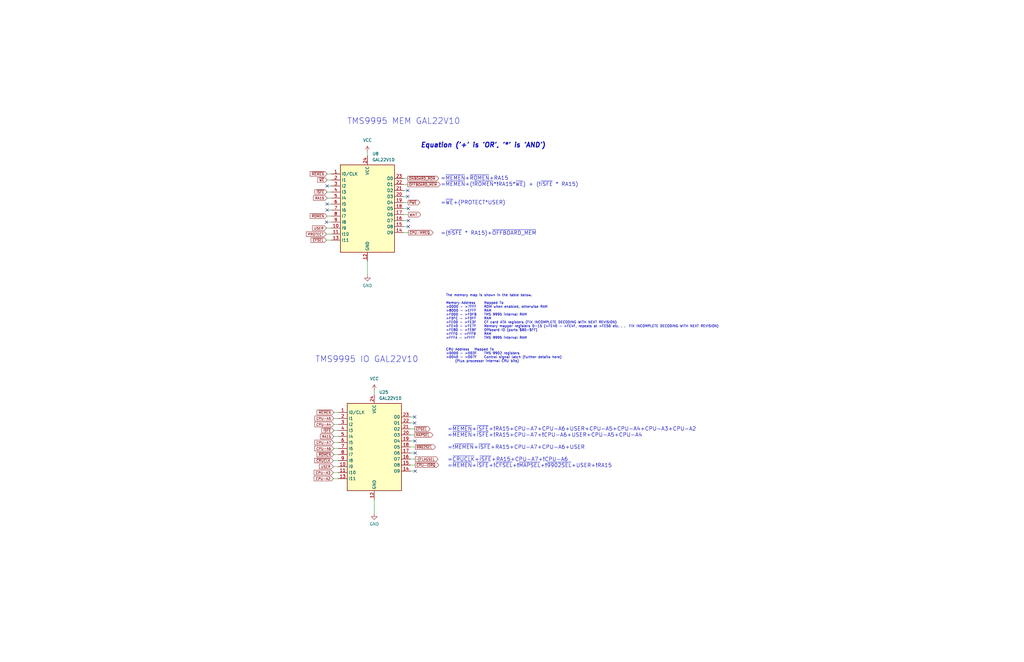
<source format=kicad_sch>
(kicad_sch (version 20211123) (generator eeschema)

  (uuid c3c349b1-d9bc-4742-9b63-40f30c22ca7c)

  (paper "B")

  (title_block
    (title "Duodyne TMS9995 CPU board")
    (date "2023-12-30")
    (rev "V1.0")
  )

  (lib_symbols
    (symbol "CUSTOM_LIB:GAL22V10" (in_bom yes) (on_board yes)
      (property "Reference" "U8" (id 0) (at 2.6544 21.844 0)
        (effects (font (size 1.27 1.27)) (justify left))
      )
      (property "Value" "GAL22V10" (id 1) (at 2.6544 19.304 0)
        (effects (font (size 1.27 1.27)) (justify left))
      )
      (property "Footprint" "Package_DIP:DIP-24_W7.62mm_Socket_LongPads" (id 2) (at 0 0 0)
        (effects (font (size 1.27 1.27)) hide)
      )
      (property "Datasheet" "" (id 3) (at 0 0 0)
        (effects (font (size 1.27 1.27)) hide)
      )
      (symbol "GAL22V10_0_1"
        (rectangle (start -10.795 17.145) (end 12.065 -19.685)
          (stroke (width 0.254) (type default) (color 0 0 0 0))
          (fill (type background))
        )
      )
      (symbol "GAL22V10_1_1"
        (pin passive line (at -14.605 13.335 0) (length 3.81)
          (name "I0/CLK" (effects (font (size 1.27 1.27))))
          (number "1" (effects (font (size 1.27 1.27))))
        )
        (pin passive line (at -14.605 -9.525 0) (length 3.81)
          (name "I9" (effects (font (size 1.27 1.27))))
          (number "10" (effects (font (size 1.27 1.27))))
        )
        (pin passive line (at -14.605 -12.065 0) (length 3.81)
          (name "I10" (effects (font (size 1.27 1.27))))
          (number "11" (effects (font (size 1.27 1.27))))
        )
        (pin passive line (at 0.635 -23.495 90) (length 3.81)
          (name "GND" (effects (font (size 1.27 1.27))))
          (number "12" (effects (font (size 1.27 1.27))))
        )
        (pin passive line (at -14.605 -14.605 0) (length 3.81)
          (name "I11" (effects (font (size 1.27 1.27))))
          (number "13" (effects (font (size 1.27 1.27))))
        )
        (pin passive line (at 15.875 -11.43 180) (length 3.81)
          (name "O9" (effects (font (size 1.27 1.27))))
          (number "14" (effects (font (size 1.27 1.27))))
        )
        (pin passive line (at 15.875 -8.89 180) (length 3.81)
          (name "O8" (effects (font (size 1.27 1.27))))
          (number "15" (effects (font (size 1.27 1.27))))
        )
        (pin passive line (at 15.875 -6.35 180) (length 3.81)
          (name "O7" (effects (font (size 1.27 1.27))))
          (number "16" (effects (font (size 1.27 1.27))))
        )
        (pin passive line (at 15.875 -3.81 180) (length 3.81)
          (name "O6" (effects (font (size 1.27 1.27))))
          (number "17" (effects (font (size 1.27 1.27))))
        )
        (pin passive line (at 15.875 -1.27 180) (length 3.81)
          (name "O5" (effects (font (size 1.27 1.27))))
          (number "18" (effects (font (size 1.27 1.27))))
        )
        (pin passive line (at 15.875 1.27 180) (length 3.81)
          (name "O4" (effects (font (size 1.27 1.27))))
          (number "19" (effects (font (size 1.27 1.27))))
        )
        (pin passive line (at -14.605 10.795 0) (length 3.81)
          (name "I1" (effects (font (size 1.27 1.27))))
          (number "2" (effects (font (size 1.27 1.27))))
        )
        (pin passive line (at 15.875 3.81 180) (length 3.81)
          (name "O3" (effects (font (size 1.27 1.27))))
          (number "20" (effects (font (size 1.27 1.27))))
        )
        (pin passive line (at 15.875 6.35 180) (length 3.81)
          (name "O2" (effects (font (size 1.27 1.27))))
          (number "21" (effects (font (size 1.27 1.27))))
        )
        (pin passive line (at 15.875 8.89 180) (length 3.81)
          (name "O1" (effects (font (size 1.27 1.27))))
          (number "22" (effects (font (size 1.27 1.27))))
        )
        (pin passive line (at 15.875 11.43 180) (length 3.81)
          (name "O0" (effects (font (size 1.27 1.27))))
          (number "23" (effects (font (size 1.27 1.27))))
        )
        (pin passive line (at 0.635 20.955 270) (length 3.81)
          (name "VCC" (effects (font (size 1.27 1.27))))
          (number "24" (effects (font (size 1.27 1.27))))
        )
        (pin passive line (at -14.605 8.255 0) (length 3.81)
          (name "I2" (effects (font (size 1.27 1.27))))
          (number "3" (effects (font (size 1.27 1.27))))
        )
        (pin passive line (at -14.605 5.715 0) (length 3.81)
          (name "I3" (effects (font (size 1.27 1.27))))
          (number "4" (effects (font (size 1.27 1.27))))
        )
        (pin passive line (at -14.605 3.175 0) (length 3.81)
          (name "I4" (effects (font (size 1.27 1.27))))
          (number "5" (effects (font (size 1.27 1.27))))
        )
        (pin passive line (at -14.605 0.635 0) (length 3.81)
          (name "I5" (effects (font (size 1.27 1.27))))
          (number "6" (effects (font (size 1.27 1.27))))
        )
        (pin passive line (at -14.605 -1.905 0) (length 3.81)
          (name "I6" (effects (font (size 1.27 1.27))))
          (number "7" (effects (font (size 1.27 1.27))))
        )
        (pin passive line (at -14.605 -4.445 0) (length 3.81)
          (name "I7" (effects (font (size 1.27 1.27))))
          (number "8" (effects (font (size 1.27 1.27))))
        )
        (pin passive line (at -14.605 -6.985 0) (length 3.81)
          (name "I8" (effects (font (size 1.27 1.27))))
          (number "9" (effects (font (size 1.27 1.27))))
        )
      )
    )
    (symbol "power:GND" (power) (pin_names (offset 0)) (in_bom yes) (on_board yes)
      (property "Reference" "#PWR" (id 0) (at 0 -6.35 0)
        (effects (font (size 1.27 1.27)) hide)
      )
      (property "Value" "GND" (id 1) (at 0 -3.81 0)
        (effects (font (size 1.27 1.27)))
      )
      (property "Footprint" "" (id 2) (at 0 0 0)
        (effects (font (size 1.27 1.27)) hide)
      )
      (property "Datasheet" "" (id 3) (at 0 0 0)
        (effects (font (size 1.27 1.27)) hide)
      )
      (property "ki_keywords" "global power" (id 4) (at 0 0 0)
        (effects (font (size 1.27 1.27)) hide)
      )
      (property "ki_description" "Power symbol creates a global label with name \"GND\" , ground" (id 5) (at 0 0 0)
        (effects (font (size 1.27 1.27)) hide)
      )
      (symbol "GND_0_1"
        (polyline
          (pts
            (xy 0 0)
            (xy 0 -1.27)
            (xy 1.27 -1.27)
            (xy 0 -2.54)
            (xy -1.27 -1.27)
            (xy 0 -1.27)
          )
          (stroke (width 0) (type default) (color 0 0 0 0))
          (fill (type none))
        )
      )
      (symbol "GND_1_1"
        (pin power_in line (at 0 0 270) (length 0) hide
          (name "GND" (effects (font (size 1.27 1.27))))
          (number "1" (effects (font (size 1.27 1.27))))
        )
      )
    )
    (symbol "power:VCC" (power) (pin_names (offset 0)) (in_bom yes) (on_board yes)
      (property "Reference" "#PWR" (id 0) (at 0 -3.81 0)
        (effects (font (size 1.27 1.27)) hide)
      )
      (property "Value" "VCC" (id 1) (at 0 3.81 0)
        (effects (font (size 1.27 1.27)))
      )
      (property "Footprint" "" (id 2) (at 0 0 0)
        (effects (font (size 1.27 1.27)) hide)
      )
      (property "Datasheet" "" (id 3) (at 0 0 0)
        (effects (font (size 1.27 1.27)) hide)
      )
      (property "ki_keywords" "global power" (id 4) (at 0 0 0)
        (effects (font (size 1.27 1.27)) hide)
      )
      (property "ki_description" "Power symbol creates a global label with name \"VCC\"" (id 5) (at 0 0 0)
        (effects (font (size 1.27 1.27)) hide)
      )
      (symbol "VCC_0_1"
        (polyline
          (pts
            (xy -0.762 1.27)
            (xy 0 2.54)
          )
          (stroke (width 0) (type default) (color 0 0 0 0))
          (fill (type none))
        )
        (polyline
          (pts
            (xy 0 0)
            (xy 0 2.54)
          )
          (stroke (width 0) (type default) (color 0 0 0 0))
          (fill (type none))
        )
        (polyline
          (pts
            (xy 0 2.54)
            (xy 0.762 1.27)
          )
          (stroke (width 0) (type default) (color 0 0 0 0))
          (fill (type none))
        )
      )
      (symbol "VCC_1_1"
        (pin power_in line (at 0 0 90) (length 0) hide
          (name "VCC" (effects (font (size 1.27 1.27))))
          (number "1" (effects (font (size 1.27 1.27))))
        )
      )
    )
  )


  (no_connect (at 174.8536 175.9458) (uuid 0439e5db-bb4b-47b9-ae5a-4d6ed8302e95))
  (no_connect (at 137.922 88.646) (uuid 09738300-0e11-4a34-8b50-9e3648d46846))
  (no_connect (at 172.212 93.091) (uuid 0a439ffd-9d6c-402e-8bc9-039a83a20b0b))
  (no_connect (at 174.8536 178.4858) (uuid 1435e510-b26a-4ae0-a078-e2c9ce840c0a))
  (no_connect (at 175.1076 191.1858) (uuid 25ab1b8e-82d9-496a-9eaf-1ff1b863f592))
  (no_connect (at 171.958 80.391) (uuid 6adbd3fd-bd34-4c40-9b18-36c0cd0c5cbd))
  (no_connect (at 172.212 95.631) (uuid 906ba9ed-4033-4871-be50-c826197b89d4))
  (no_connect (at 174.9806 186.1058) (uuid 97dc4c78-7840-4a93-864b-acf56b6496fb))
  (no_connect (at 172.212 88.011) (uuid a4bb4b43-2b20-48c3-b57e-b5e78162ef34))
  (no_connect (at 171.958 82.931) (uuid bab57422-265a-4505-aecd-61801be6ca59))
  (no_connect (at 137.922 78.486) (uuid c9e74dd7-d9e1-4e4b-ae5d-1cba7c146ab2))
  (no_connect (at 137.668 93.726) (uuid ea318ce2-1e5e-47bd-8bfa-753d1c61b41c))
  (no_connect (at 175.1076 198.8058) (uuid ea7354b6-c590-464f-abc6-a6eae4e1eb44))
  (no_connect (at 137.922 86.106) (uuid eb8a2071-6f76-4c32-90cf-d13016189589))

  (wire (pts (xy 137.922 86.106) (xy 139.7 86.106))
    (stroke (width 0) (type default) (color 0 0 0 0))
    (uuid 18c7c6d3-cf1a-41f4-8eda-dc41af5d0852)
  )
  (wire (pts (xy 137.668 101.346) (xy 139.7 101.346))
    (stroke (width 0) (type default) (color 0 0 0 0))
    (uuid 1e064b3e-d3f3-400b-8467-4c11e2967cb8)
  )
  (wire (pts (xy 157.8356 210.8708) (xy 157.8356 216.7128))
    (stroke (width 0) (type default) (color 0 0 0 0))
    (uuid 20d431d7-0afd-48cc-9df2-812327128ce6)
  )
  (wire (pts (xy 173.0756 178.4858) (xy 174.8536 178.4858))
    (stroke (width 0) (type default) (color 0 0 0 0))
    (uuid 2403f500-e317-4cfd-af68-dffd6c2a9e29)
  )
  (wire (pts (xy 170.18 90.551) (xy 172.212 90.551))
    (stroke (width 0) (type default) (color 0 0 0 0))
    (uuid 27184cf9-ab7e-436b-8283-406a0f07a9ff)
  )
  (wire (pts (xy 140.8176 186.7408) (xy 142.5956 186.7408))
    (stroke (width 0) (type default) (color 0 0 0 0))
    (uuid 2d3b120f-9bd9-4039-a652-c669043c4c49)
  )
  (wire (pts (xy 173.0756 193.7258) (xy 175.1076 193.7258))
    (stroke (width 0) (type default) (color 0 0 0 0))
    (uuid 2ef56773-2737-42ca-bdd0-29909f5809ae)
  )
  (wire (pts (xy 157.8356 164.8968) (xy 157.8356 166.4208))
    (stroke (width 0) (type default) (color 0 0 0 0))
    (uuid 353f76ca-9eae-4d85-aec2-f36948f56e19)
  )
  (wire (pts (xy 140.8176 184.2008) (xy 142.5956 184.2008))
    (stroke (width 0) (type default) (color 0 0 0 0))
    (uuid 3648643a-2e08-45ad-9e23-b753a1face59)
  )
  (wire (pts (xy 170.18 75.311) (xy 171.958 75.311))
    (stroke (width 0) (type default) (color 0 0 0 0))
    (uuid 40b59d3e-4f22-4a51-b747-11622dc8c23b)
  )
  (wire (pts (xy 154.94 64.262) (xy 154.94 65.786))
    (stroke (width 0) (type default) (color 0 0 0 0))
    (uuid 4590f41e-2b58-4acf-b733-47f322b1caa5)
  )
  (wire (pts (xy 137.922 91.186) (xy 139.7 91.186))
    (stroke (width 0) (type default) (color 0 0 0 0))
    (uuid 46715d46-acea-4308-80e2-f9ac729b033a)
  )
  (wire (pts (xy 154.94 110.236) (xy 154.94 116.078))
    (stroke (width 0) (type default) (color 0 0 0 0))
    (uuid 49b356d9-691c-4b1f-ae07-c266f01286fd)
  )
  (wire (pts (xy 170.18 93.091) (xy 172.212 93.091))
    (stroke (width 0) (type default) (color 0 0 0 0))
    (uuid 4e82ad0c-6c11-4724-ad48-14501c4efe28)
  )
  (wire (pts (xy 140.8176 191.8208) (xy 142.5956 191.8208))
    (stroke (width 0) (type default) (color 0 0 0 0))
    (uuid 528fd878-6396-4bc6-b5b3-47b63fae7c36)
  )
  (wire (pts (xy 140.8176 181.6608) (xy 142.5956 181.6608))
    (stroke (width 0) (type default) (color 0 0 0 0))
    (uuid 56e380d3-10b0-423a-ae8a-9c75472f96a8)
  )
  (wire (pts (xy 140.8176 176.5808) (xy 142.5956 176.5808))
    (stroke (width 0) (type default) (color 0 0 0 0))
    (uuid 5cab7c38-58f7-4180-bc2f-d23d53cec564)
  )
  (wire (pts (xy 170.18 80.391) (xy 171.958 80.391))
    (stroke (width 0) (type default) (color 0 0 0 0))
    (uuid 5ea13839-8a67-4afa-bed1-34a529c615c1)
  )
  (wire (pts (xy 140.5636 196.9008) (xy 142.5956 196.9008))
    (stroke (width 0) (type default) (color 0 0 0 0))
    (uuid 5f548781-2110-4607-8a26-e9e60d61328b)
  )
  (wire (pts (xy 173.0756 198.8058) (xy 175.1076 198.8058))
    (stroke (width 0) (type default) (color 0 0 0 0))
    (uuid 621dd50c-99b8-4bd3-9308-87f7c14e3ada)
  )
  (wire (pts (xy 140.5636 194.3608) (xy 142.5956 194.3608))
    (stroke (width 0) (type default) (color 0 0 0 0))
    (uuid 67bb0b47-4c38-4d18-b988-42f235d170f4)
  )
  (wire (pts (xy 170.18 95.631) (xy 172.212 95.631))
    (stroke (width 0) (type default) (color 0 0 0 0))
    (uuid 6f397b9e-a1a4-42c4-b80b-8dcdd2773fcf)
  )
  (wire (pts (xy 173.0756 196.2658) (xy 175.1076 196.2658))
    (stroke (width 0) (type default) (color 0 0 0 0))
    (uuid 7432b5e3-419f-44ca-ac29-35cd87500ee8)
  )
  (wire (pts (xy 170.18 85.471) (xy 172.085 85.471))
    (stroke (width 0) (type default) (color 0 0 0 0))
    (uuid 76b75727-cc9a-4945-b224-108e6826830f)
  )
  (wire (pts (xy 137.922 78.486) (xy 139.7 78.486))
    (stroke (width 0) (type default) (color 0 0 0 0))
    (uuid 7895a8f1-e12f-4c70-bb48-87934b47a897)
  )
  (wire (pts (xy 173.0756 181.0258) (xy 174.8536 181.0258))
    (stroke (width 0) (type default) (color 0 0 0 0))
    (uuid 7b904663-241f-4e2e-a2f4-386907347187)
  )
  (wire (pts (xy 137.668 93.726) (xy 139.7 93.726))
    (stroke (width 0) (type default) (color 0 0 0 0))
    (uuid 8149d2fb-64c9-483d-af5a-8b4057187e0d)
  )
  (wire (pts (xy 140.5636 199.4408) (xy 142.5956 199.4408))
    (stroke (width 0) (type default) (color 0 0 0 0))
    (uuid 8331f8c9-c0bc-4d6d-bbb8-432a527c393d)
  )
  (wire (pts (xy 173.0756 175.9458) (xy 174.8536 175.9458))
    (stroke (width 0) (type default) (color 0 0 0 0))
    (uuid 83dbf343-ade6-4ca7-bb70-47dff2fe24a2)
  )
  (wire (pts (xy 137.922 83.566) (xy 139.7 83.566))
    (stroke (width 0) (type default) (color 0 0 0 0))
    (uuid 85b9f6c0-fc64-4868-a2e6-07b45ed76ea4)
  )
  (wire (pts (xy 170.18 82.931) (xy 171.958 82.931))
    (stroke (width 0) (type default) (color 0 0 0 0))
    (uuid 861e57e8-a4fd-4596-8b74-b8a45540f481)
  )
  (wire (pts (xy 140.8176 174.0408) (xy 142.5956 174.0408))
    (stroke (width 0) (type default) (color 0 0 0 0))
    (uuid 8a226779-0904-475d-9cd0-d883e3493556)
  )
  (wire (pts (xy 137.922 88.646) (xy 139.7 88.646))
    (stroke (width 0) (type default) (color 0 0 0 0))
    (uuid 8bb472f4-3963-4772-86bc-8837424cde58)
  )
  (wire (pts (xy 173.0756 191.1858) (xy 175.1076 191.1858))
    (stroke (width 0) (type default) (color 0 0 0 0))
    (uuid 8d8f4d9a-4de5-4353-8846-74797c7a6c03)
  )
  (wire (pts (xy 137.922 73.406) (xy 139.7 73.406))
    (stroke (width 0) (type default) (color 0 0 0 0))
    (uuid 95a79f94-b036-476d-a230-c443e4276fe0)
  )
  (wire (pts (xy 137.668 98.806) (xy 139.7 98.806))
    (stroke (width 0) (type default) (color 0 0 0 0))
    (uuid 9b32fd95-0fb1-4378-9e92-b3ca305e914c)
  )
  (wire (pts (xy 170.18 88.011) (xy 172.212 88.011))
    (stroke (width 0) (type default) (color 0 0 0 0))
    (uuid b4e72b6c-88ea-4f86-8f7b-402e91e2b9b1)
  )
  (wire (pts (xy 140.5636 201.9808) (xy 142.5956 201.9808))
    (stroke (width 0) (type default) (color 0 0 0 0))
    (uuid b6712c58-8bea-4c4a-9e4d-576248f4440d)
  )
  (wire (pts (xy 137.668 96.266) (xy 139.7 96.266))
    (stroke (width 0) (type default) (color 0 0 0 0))
    (uuid b8996ad2-c36e-4dc3-a6e8-a74e65615606)
  )
  (wire (pts (xy 170.18 77.851) (xy 171.958 77.851))
    (stroke (width 0) (type default) (color 0 0 0 0))
    (uuid c946deff-06af-4561-badc-5568168b032a)
  )
  (wire (pts (xy 137.922 75.946) (xy 139.7 75.946))
    (stroke (width 0) (type default) (color 0 0 0 0))
    (uuid d35412e8-4bcc-4958-bd23-9999394cecc7)
  )
  (wire (pts (xy 137.922 81.026) (xy 139.7 81.026))
    (stroke (width 0) (type default) (color 0 0 0 0))
    (uuid d3a53586-58f8-4715-ab74-8229487a9b1e)
  )
  (wire (pts (xy 173.0756 186.1058) (xy 174.9806 186.1058))
    (stroke (width 0) (type default) (color 0 0 0 0))
    (uuid d5967d2d-4cd1-4c3f-9f69-38f8442e6ba6)
  )
  (wire (pts (xy 140.8176 189.2808) (xy 142.5956 189.2808))
    (stroke (width 0) (type default) (color 0 0 0 0))
    (uuid d5f81141-7c8b-4bc7-8846-dcd999d46afa)
  )
  (wire (pts (xy 170.18 98.171) (xy 172.212 98.171))
    (stroke (width 0) (type default) (color 0 0 0 0))
    (uuid d7ba79c0-868f-4ba8-acbc-ce57ee5535b2)
  )
  (wire (pts (xy 173.0756 188.6458) (xy 175.1076 188.6458))
    (stroke (width 0) (type default) (color 0 0 0 0))
    (uuid dfc30be0-a398-41ed-a361-f07ace9a711e)
  )
  (wire (pts (xy 140.8176 179.1208) (xy 142.5956 179.1208))
    (stroke (width 0) (type default) (color 0 0 0 0))
    (uuid e97c5a50-c31d-4b6d-b433-5e39e285c2f4)
  )
  (wire (pts (xy 173.0756 183.5658) (xy 174.8536 183.5658))
    (stroke (width 0) (type default) (color 0 0 0 0))
    (uuid ffebcd1a-8dc4-499a-8f27-cbe21a023b4c)
  )

  (text "=~{MEMEN}+~{ROMEN}+RA15\n=~{MEMEN}+(!~{ROMEN}*!RA15*~{WE}) + (!~{ISFE} * RA15)\n\n\n=~{WE}+(PROTECT*USER)\n\n\n\n\n=(!~{ISFE} * RA15)+~{OFFBOARD_MEM}"
    (at 185.801 99.441 0)
    (effects (font (size 1.6 1.6)) (justify left bottom))
    (uuid 27355835-9e34-4347-8291-cf75a257a2e0)
  )
  (text "Equation ('+' is 'OR', '*' is 'AND') " (at 177.292 62.5348 0)
    (effects (font (size 2 2) (thickness 0.4) bold italic) (justify left bottom))
    (uuid 2c29dfa5-603f-457f-9748-b72e814162a2)
  )
  (text "TMS9995 MEM GAL22V10" (at 146.3548 52.7304 0)
    (effects (font (size 2.54 2.54)) (justify left bottom))
    (uuid 37caf958-2d1d-4c9c-a17b-927ec11ed8d8)
  )
  (text "The memory map is shown in the table below.\n\nMemory Address	Mapped To\n>0000 - >7FFF	ROM when enabled, otherwise RAM\n>8000 - >EFFF	RAM\n>F000 - >F0FB	TMS 9995 internal RAM\n>F0FC - >FDFF	RAM\n>FE00 - >FE3F	CF card ATA registers (FIX INCOMPLETE DECODING WITH NEXT REVISION)\n>FE40 - >FE7F	Memory mapper registers 0-15 (>FE40 - >FE4F, repeats at >FE50 etc. . .  FIX INCOMPLETE DECODING WITH NEXT REVISION)\n>FE80 - >FEBF	Offboard IO (ports $80-$FF)\n>FFF0 - >FFF9	RAM\n>FFFA - >FFFF	TMS 9995 internal RAM\n\n\nCRU Address	Mapped To\n>0000 - >003F	TMS 9902 registers\n>0040 - >007F	Control signal latch (further details here)\n 	(Plus processor internal CRU bits)\n"
    (at 188.0108 153.1112 0)
    (effects (font (size 1.016 1.016)) (justify left bottom))
    (uuid 51c092f4-9c80-4cb8-af92-22dcb062dc38)
  )
  (text "TMS9995 IO GAL22V10" (at 132.9436 153.2128 0)
    (effects (font (size 2.54 2.54)) (justify left bottom))
    (uuid bdf1a7a3-e89c-472e-83c5-e924e7f79fd7)
  )
  (text "\n\n=~{MEMEN}+~{ISFE}+!RA15+CPU-A7+CPU-A6+USER+CPU-A5+CPU-A4+CPU-A3+CPU-A2\n=~{MEMEN}+~{ISFE}+!RA15+CPU-A7+!CPU-A6+USER+CPU-A5+CPU-A4\n\n=!~{MEMEN}+~{ISFE}+RA15+CPU-A7+CPU-A6+USER\n\n=~{CRUCLK}+~{ISFE}+RA15+CPU-A7+!CPU-A6\n=~{MEMEN}+~{ISFE}+!~{CFSEL}+!~{MAPSEL}+!~{9902SEL}+USER+!RA15\n\n"
    (at 188.6966 200.0758 0)
    (effects (font (size 1.6 1.6)) (justify left bottom))
    (uuid d72a4790-dcfe-4d28-9a2c-2d87c9c75ca3)
  )

  (global_label "RA15" (shape input) (at 140.8176 184.2008 180) (fields_autoplaced)
    (effects (font (size 1.016 1.016)) (justify right))
    (uuid 052e2051-c2d5-4eb2-9c10-8294dc8511d8)
    (property "Intersheet References" "${INTERSHEET_REFS}" (id 0) (at 135.1362 184.1373 0)
      (effects (font (size 1.016 1.016)) (justify right) hide)
    )
  )
  (global_label "~{ISFE}" (shape input) (at 140.8176 181.6608 180) (fields_autoplaced)
    (effects (font (size 1.016 1.016)) (justify right))
    (uuid 17207a34-1d53-4126-a8ad-5d9186e9aab3)
    (property "Intersheet References" "${INTERSHEET_REFS}" (id 0) (at 135.7168 181.5973 0)
      (effects (font (size 1.016 1.016)) (justify right) hide)
    )
  )
  (global_label "~{ROMEN}" (shape input) (at 140.8176 191.8208 180) (fields_autoplaced)
    (effects (font (size 1.016 1.016)) (justify right))
    (uuid 1c087297-2cc6-4766-9468-ae1fb5b097eb)
    (property "Intersheet References" "${INTERSHEET_REFS}" (id 0) (at 133.7332 191.7573 0)
      (effects (font (size 1.016 1.016)) (justify right) hide)
    )
  )
  (global_label "~{ROMEN}" (shape input) (at 137.922 91.186 180) (fields_autoplaced)
    (effects (font (size 1.016 1.016)) (justify right))
    (uuid 21fa3c60-585a-470a-9978-8f21a0152c29)
    (property "Intersheet References" "${INTERSHEET_REFS}" (id 0) (at 130.8376 91.1225 0)
      (effects (font (size 1.016 1.016)) (justify right) hide)
    )
  )
  (global_label "RA15" (shape input) (at 137.922 83.566 180) (fields_autoplaced)
    (effects (font (size 1.016 1.016)) (justify right))
    (uuid 22a35c05-2847-473c-bcea-4ecfc2c208d3)
    (property "Intersheet References" "${INTERSHEET_REFS}" (id 0) (at 132.2406 83.5025 0)
      (effects (font (size 1.016 1.016)) (justify right) hide)
    )
  )
  (global_label "~{MAPSEL}" (shape output) (at 174.8536 183.5658 0) (fields_autoplaced)
    (effects (font (size 1.016 1.016)) (justify left))
    (uuid 238bd5b9-10d6-426d-9400-4bf4c5bf817f)
    (property "Intersheet References" "${INTERSHEET_REFS}" (id 0) (at 182.4702 183.5023 0)
      (effects (font (size 1.016 1.016)) (justify left) hide)
    )
  )
  (global_label "~{OFFBOARD_MEM}" (shape output) (at 171.958 77.851 0) (fields_autoplaced)
    (effects (font (size 1.016 1.016)) (justify left))
    (uuid 2fa007b0-6394-4459-8d86-d68820026ac3)
    (property "Intersheet References" "${INTERSHEET_REFS}" (id 0) (at 185.6223 77.7875 0)
      (effects (font (size 1.016 1.016)) (justify left) hide)
    )
  )
  (global_label "~{ISFE}" (shape input) (at 137.922 81.026 180) (fields_autoplaced)
    (effects (font (size 1.016 1.016)) (justify right))
    (uuid 427a7a5e-4632-48f6-b181-669a71d46253)
    (property "Intersheet References" "${INTERSHEET_REFS}" (id 0) (at 132.8212 80.9625 0)
      (effects (font (size 1.016 1.016)) (justify right) hide)
    )
  )
  (global_label "CPU-A4" (shape input) (at 140.8176 179.1208 180) (fields_autoplaced)
    (effects (font (size 1.016 1.016)) (justify right))
    (uuid 4ecbdec4-225e-412d-b019-ee9fc66f79b2)
    (property "Intersheet References" "${INTERSHEET_REFS}" (id 0) (at 132.7655 179.0573 0)
      (effects (font (size 1.016 1.016)) (justify right) hide)
    )
  )
  (global_label "~{MEMEN}" (shape input) (at 137.922 73.406 180) (fields_autoplaced)
    (effects (font (size 1.016 1.016)) (justify right))
    (uuid 6dc3ac50-01b5-4d28-a7a4-d6ff0c1ed8ff)
    (property "Intersheet References" "${INTERSHEET_REFS}" (id 0) (at 130.8376 73.3425 0)
      (effects (font (size 1.016 1.016)) (justify right) hide)
    )
  )
  (global_label "~{CRUCLK}" (shape input) (at 140.5636 194.3608 180) (fields_autoplaced)
    (effects (font (size 1.016 1.016)) (justify right))
    (uuid 787cbed3-17aa-4461-8eef-5ff45bda750b)
    (property "Intersheet References" "${INTERSHEET_REFS}" (id 0) (at 132.7534 194.2973 0)
      (effects (font (size 1.016 1.016)) (justify right) hide)
    )
  )
  (global_label "~{CFSEL}" (shape output) (at 174.8536 181.0258 0) (fields_autoplaced)
    (effects (font (size 1.016 1.016)) (justify left))
    (uuid 7a316727-d73d-4e79-b30c-84aa4ce09199)
    (property "Intersheet References" "${INTERSHEET_REFS}" (id 0) (at 181.3091 180.9623 0)
      (effects (font (size 1.016 1.016)) (justify left) hide)
    )
  )
  (global_label "CPU-A6" (shape input) (at 140.8176 189.2808 180) (fields_autoplaced)
    (effects (font (size 1.016 1.016)) (justify right))
    (uuid 978f422f-f349-4e47-9621-0a020a854f86)
    (property "Intersheet References" "${INTERSHEET_REFS}" (id 0) (at 132.7655 189.2173 0)
      (effects (font (size 1.016 1.016)) (justify right) hide)
    )
  )
  (global_label "~{9902SEL}" (shape output) (at 175.1076 188.6458 0) (fields_autoplaced)
    (effects (font (size 1.016 1.016)) (justify left))
    (uuid 9ab63803-3e1b-4b2a-81a8-98882aa27975)
    (property "Intersheet References" "${INTERSHEET_REFS}" (id 0) (at 183.5467 188.5823 0)
      (effects (font (size 1.016 1.016)) (justify left) hide)
    )
  )
  (global_label "CPU-A5" (shape input) (at 140.8176 176.5808 180) (fields_autoplaced)
    (effects (font (size 1.016 1.016)) (justify right))
    (uuid a2b25726-e4c2-49e4-98ce-be808b4b43a3)
    (property "Intersheet References" "${INTERSHEET_REFS}" (id 0) (at 132.7655 176.5173 0)
      (effects (font (size 1.016 1.016)) (justify right) hide)
    )
  )
  (global_label "USER" (shape input) (at 137.668 96.266 180) (fields_autoplaced)
    (effects (font (size 1.016 1.016)) (justify right))
    (uuid af881d0f-73ee-4729-a82d-84bb693d7758)
    (property "Intersheet References" "${INTERSHEET_REFS}" (id 0) (at 131.8415 96.2025 0)
      (effects (font (size 1.016 1.016)) (justify right) hide)
    )
  )
  (global_label "~{ONBOARD_ROM}" (shape output) (at 171.958 75.311 0) (fields_autoplaced)
    (effects (font (size 1.016 1.016)) (justify left))
    (uuid b48dd986-1e5d-4437-a2a7-ea39ac96e911)
    (property "Intersheet References" "${INTERSHEET_REFS}" (id 0) (at 184.9449 75.2475 0)
      (effects (font (size 1.016 1.016)) (justify left) hide)
    )
  )
  (global_label "WAIT" (shape output) (at 172.212 90.551 0) (fields_autoplaced)
    (effects (font (size 1.016 1.016)) (justify left))
    (uuid b6ec9710-1a40-4f61-a1f6-3bf60222aad3)
    (property "Intersheet References" "${INTERSHEET_REFS}" (id 0) (at 177.3612 90.4875 0)
      (effects (font (size 1.016 1.016)) (justify left) hide)
    )
  )
  (global_label "~{CPU-IORQ}" (shape output) (at 175.1076 196.2658 0) (fields_autoplaced)
    (effects (font (size 1.016 1.016)) (justify left))
    (uuid c805e112-582e-43fd-8146-058df8e78542)
    (property "Intersheet References" "${INTERSHEET_REFS}" (id 0) (at 184.9498 196.3293 0)
      (effects (font (size 1.016 1.016)) (justify left) hide)
    )
  )
  (global_label "CPU-A2" (shape input) (at 140.5636 201.9808 180) (fields_autoplaced)
    (effects (font (size 1.016 1.016)) (justify right))
    (uuid d1cf43e4-3e9f-4713-a6df-3e06ba7a4d33)
    (property "Intersheet References" "${INTERSHEET_REFS}" (id 0) (at 132.5115 201.9173 0)
      (effects (font (size 1.016 1.016)) (justify right) hide)
    )
  )
  (global_label "CPU-A7" (shape input) (at 140.8176 186.7408 180) (fields_autoplaced)
    (effects (font (size 1.016 1.016)) (justify right))
    (uuid d3ba5d0d-dbb3-483d-809c-a9672037fe15)
    (property "Intersheet References" "${INTERSHEET_REFS}" (id 0) (at 132.7655 186.6773 0)
      (effects (font (size 1.016 1.016)) (justify right) hide)
    )
  )
  (global_label "~{MEMEN}" (shape input) (at 140.8176 174.0408 180) (fields_autoplaced)
    (effects (font (size 1.016 1.016)) (justify right))
    (uuid d4984525-f204-4827-ac63-8b857cf4c647)
    (property "Intersheet References" "${INTERSHEET_REFS}" (id 0) (at 133.7332 173.9773 0)
      (effects (font (size 1.016 1.016)) (justify right) hide)
    )
  )
  (global_label "~{FLAGSEL" (shape output) (at 175.1076 193.7258 0) (fields_autoplaced)
    (effects (font (size 1.016 1.016)) (justify left))
    (uuid d926451e-deca-43f5-aec2-ff6409f25914)
    (property "Intersheet References" "${INTERSHEET_REFS}" (id 0) (at 183.2564 193.6623 0)
      (effects (font (size 1.016 1.016)) (justify left) hide)
    )
  )
  (global_label "~{CPU-MREQ}" (shape output) (at 172.212 98.171 0) (fields_autoplaced)
    (effects (font (size 1.016 1.016)) (justify left))
    (uuid da01e01e-9a2d-4b21-b32d-b4c98ae679f7)
    (property "Intersheet References" "${INTERSHEET_REFS}" (id 0) (at 182.5863 98.2345 0)
      (effects (font (size 1.016 1.016)) (justify left) hide)
    )
  )
  (global_label "CPU-A3" (shape input) (at 140.5636 199.4408 180) (fields_autoplaced)
    (effects (font (size 1.016 1.016)) (justify right))
    (uuid dbcc26bc-e2ce-499d-bd5e-209fb15d28e1)
    (property "Intersheet References" "${INTERSHEET_REFS}" (id 0) (at 132.5115 199.3773 0)
      (effects (font (size 1.016 1.016)) (justify right) hide)
    )
  )
  (global_label "PROTECT" (shape input) (at 137.668 98.806 180) (fields_autoplaced)
    (effects (font (size 1.016 1.016)) (justify right))
    (uuid dd39ce46-0ba5-45cc-8ace-ab0932734c16)
    (property "Intersheet References" "${INTERSHEET_REFS}" (id 0) (at 129.2289 98.7425 0)
      (effects (font (size 1.016 1.016)) (justify right) hide)
    )
  )
  (global_label "~{PWE}" (shape output) (at 172.085 85.471 0) (fields_autoplaced)
    (effects (font (size 1.016 1.016)) (justify left))
    (uuid ddbf7fed-34d3-4ff8-8e1e-62e28ee19e81)
    (property "Intersheet References" "${INTERSHEET_REFS}" (id 0) (at 177.0407 85.4075 0)
      (effects (font (size 1.016 1.016)) (justify left) hide)
    )
  )
  (global_label "USER" (shape input) (at 140.5636 196.9008 180) (fields_autoplaced)
    (effects (font (size 1.016 1.016)) (justify right))
    (uuid e9492c29-03da-42e2-aa5c-725988b24012)
    (property "Intersheet References" "${INTERSHEET_REFS}" (id 0) (at 134.7371 196.8373 0)
      (effects (font (size 1.016 1.016)) (justify right) hide)
    )
  )
  (global_label "~{CFSEL}" (shape input) (at 137.668 101.346 180) (fields_autoplaced)
    (effects (font (size 1.016 1.016)) (justify right))
    (uuid f69f59eb-3776-46c7-b433-ddb00e3d6963)
    (property "Intersheet References" "${INTERSHEET_REFS}" (id 0) (at 131.2125 101.2825 0)
      (effects (font (size 1.016 1.016)) (justify right) hide)
    )
  )
  (global_label "~{WE}" (shape input) (at 137.922 75.946 180) (fields_autoplaced)
    (effects (font (size 1.016 1.016)) (justify right))
    (uuid f9037d07-0bb9-44b0-9723-edf4f239bccd)
    (property "Intersheet References" "${INTERSHEET_REFS}" (id 0) (at 133.9823 75.8825 0)
      (effects (font (size 1.016 1.016)) (justify right) hide)
    )
  )

  (symbol (lib_id "power:VCC") (at 157.8356 164.8968 0) (unit 1)
    (in_bom yes) (on_board yes) (fields_autoplaced)
    (uuid 082cbeca-a890-4cfd-8eaa-e9b531051744)
    (property "Reference" "#PWR011" (id 0) (at 157.8356 168.7068 0)
      (effects (font (size 1.27 1.27)) hide)
    )
    (property "Value" "VCC" (id 1) (at 157.8356 159.8168 0))
    (property "Footprint" "" (id 2) (at 157.8356 164.8968 0)
      (effects (font (size 1.27 1.27)) hide)
    )
    (property "Datasheet" "" (id 3) (at 157.8356 164.8968 0)
      (effects (font (size 1.27 1.27)) hide)
    )
    (pin "1" (uuid d23d26c4-2f0b-4255-947a-8b6f635c4fa7))
  )

  (symbol (lib_id "CUSTOM_LIB:GAL22V10") (at 157.2006 187.3758 0) (unit 1)
    (in_bom yes) (on_board yes) (fields_autoplaced)
    (uuid 13ea4db8-af58-4ecc-befd-540442daaf3c)
    (property "Reference" "U25" (id 0) (at 159.855 165.5318 0)
      (effects (font (size 1.27 1.27)) (justify left))
    )
    (property "Value" "GAL22V10" (id 1) (at 159.855 168.0718 0)
      (effects (font (size 1.27 1.27)) (justify left))
    )
    (property "Footprint" "Package_DIP:DIP-24_W7.62mm_Socket_LongPads" (id 2) (at 157.2006 187.3758 0)
      (effects (font (size 1.27 1.27)) hide)
    )
    (property "Datasheet" "" (id 3) (at 157.2006 187.3758 0)
      (effects (font (size 1.27 1.27)) hide)
    )
    (pin "1" (uuid c0ee397b-ca2c-4d76-b943-5e18b4b0f798))
    (pin "10" (uuid 9e58083b-65d7-4bd2-9acb-ff47a1d20f57))
    (pin "11" (uuid e005980b-083a-4bc0-a332-6a1276f2a568))
    (pin "12" (uuid 96b4af58-65f1-480c-bf84-79bcffd1caec))
    (pin "13" (uuid a370aaea-fd60-452e-b6bb-a48d848ae92b))
    (pin "14" (uuid 5b4ace66-ff08-49ee-b3d6-7b3e9b07b3c6))
    (pin "15" (uuid 3789d55b-9db6-460d-93e5-100c2b2cdebe))
    (pin "16" (uuid 4dd6aaba-bda7-4989-817f-5aebe888d88d))
    (pin "17" (uuid d7a3093b-7d8b-4acc-8bf4-f099df5f3508))
    (pin "18" (uuid e85e3e28-be95-4199-a644-1ea0dcbf1e7f))
    (pin "19" (uuid 7ebf302d-5778-4d4b-9d6e-f8ecf597629f))
    (pin "2" (uuid 8a8e7b44-572d-4bca-98a2-1a5a2727a901))
    (pin "20" (uuid 2ba5e622-9b7e-44a8-b988-8aa771fa9a15))
    (pin "21" (uuid 3848e48d-35b1-4930-bf89-6d857e190453))
    (pin "22" (uuid 2b5a10e6-9361-4a3b-972f-c712648f92cc))
    (pin "23" (uuid 8e363700-0577-48f2-984e-ac562bef9f45))
    (pin "24" (uuid e8875736-bef6-4ef3-8c08-0a3d8fabca84))
    (pin "3" (uuid 6b0536ff-c1b7-4614-adf9-6e5f77e1545b))
    (pin "4" (uuid 3896eb62-f85e-43db-a080-f0b951c2f436))
    (pin "5" (uuid cab56e9a-6276-4e3d-b654-74e089e6a7d2))
    (pin "6" (uuid f5a65255-cd73-4a6b-9f37-4dd3243e6b25))
    (pin "7" (uuid 07224964-00c0-40ef-aa61-37a3032708b7))
    (pin "8" (uuid 4356c64d-4a4f-415f-b215-e58fa2289607))
    (pin "9" (uuid 86e35e21-dd56-4f7d-a582-ae0f3bc2baa3))
  )

  (symbol (lib_id "power:GND") (at 154.94 116.078 0) (unit 1)
    (in_bom yes) (on_board yes) (fields_autoplaced)
    (uuid 2efad921-8ad6-4dc4-b1b8-f0f724348af4)
    (property "Reference" "#PWR013" (id 0) (at 154.94 122.428 0)
      (effects (font (size 1.27 1.27)) hide)
    )
    (property "Value" "GND" (id 1) (at 154.94 120.523 0))
    (property "Footprint" "" (id 2) (at 154.94 116.078 0)
      (effects (font (size 1.27 1.27)) hide)
    )
    (property "Datasheet" "" (id 3) (at 154.94 116.078 0)
      (effects (font (size 1.27 1.27)) hide)
    )
    (pin "1" (uuid d6bcf279-f636-47b2-b951-a69e235e531b))
  )

  (symbol (lib_id "CUSTOM_LIB:GAL22V10") (at 154.305 86.741 0) (unit 1)
    (in_bom yes) (on_board yes) (fields_autoplaced)
    (uuid 5a193138-134b-4fb2-95bb-2173df2e3a0b)
    (property "Reference" "U8" (id 0) (at 156.9594 64.897 0)
      (effects (font (size 1.27 1.27)) (justify left))
    )
    (property "Value" "GAL22V10" (id 1) (at 156.9594 67.437 0)
      (effects (font (size 1.27 1.27)) (justify left))
    )
    (property "Footprint" "Package_DIP:DIP-24_W7.62mm_Socket_LongPads" (id 2) (at 154.305 86.741 0)
      (effects (font (size 1.27 1.27)) hide)
    )
    (property "Datasheet" "" (id 3) (at 154.305 86.741 0)
      (effects (font (size 1.27 1.27)) hide)
    )
    (pin "1" (uuid 00b2e247-2f59-466f-96cc-ab4d82ee37b3))
    (pin "10" (uuid 8333cf47-633b-4dc1-87eb-f250e87f8d7f))
    (pin "11" (uuid 4e833eb4-3439-42d5-a351-cfd8c085713f))
    (pin "12" (uuid 8b6736e8-4b4d-4908-abe1-4c284eb88fe7))
    (pin "13" (uuid 31ce074e-c11e-4975-a248-3cae3da9eb29))
    (pin "14" (uuid f7e6d07a-fa9e-4c03-a686-3f27f322077e))
    (pin "15" (uuid c5c9a153-7024-4be8-8e8f-87bf136f79bf))
    (pin "16" (uuid b0b4d26a-01f4-4b55-9402-e719dc5fe93b))
    (pin "17" (uuid 57fce98a-8f0a-4de2-8602-c336c542c35b))
    (pin "18" (uuid 969ed9b5-d2a3-4f38-b30e-b4ffd161cee8))
    (pin "19" (uuid 981cb732-8389-4ba5-8f77-697e78791440))
    (pin "2" (uuid a2f65892-1a73-4c33-b419-5b4fc23f671a))
    (pin "20" (uuid 80bb1f04-9a34-4086-95a5-04285f83a7ce))
    (pin "21" (uuid 99f3f992-b82c-4c55-a153-0c3d8c56e9e9))
    (pin "22" (uuid 17c622cf-1edb-41f3-95e1-9345ce18095a))
    (pin "23" (uuid 6ea845a3-de5b-4bcb-af73-a2c5db0dc4ed))
    (pin "24" (uuid 880fdbbe-4b7a-4c97-bde9-537b9d5d2ed2))
    (pin "3" (uuid 263bd7a6-fc16-457c-83aa-c1dfcebb550a))
    (pin "4" (uuid f389cdb8-7492-4f75-8867-65a38dd16f1f))
    (pin "5" (uuid 5d534306-6a40-43d3-8ab9-d22351a1ae83))
    (pin "6" (uuid 08adca2e-e6bd-48f4-9c51-c7dee567023b))
    (pin "7" (uuid 2c9c25e5-c443-4ea1-944b-2c94aee5ac21))
    (pin "8" (uuid 81acd2b1-04f4-4a48-bab0-c892c4ab13a2))
    (pin "9" (uuid d1119fe7-c2ee-4f0e-9876-f9848e0dd9d4))
  )

  (symbol (lib_id "power:GND") (at 157.8356 216.7128 0) (unit 1)
    (in_bom yes) (on_board yes) (fields_autoplaced)
    (uuid a2fb16ed-3628-45e8-b72a-d80e5e939ec2)
    (property "Reference" "#PWR041" (id 0) (at 157.8356 223.0628 0)
      (effects (font (size 1.27 1.27)) hide)
    )
    (property "Value" "GND" (id 1) (at 157.8356 221.1578 0))
    (property "Footprint" "" (id 2) (at 157.8356 216.7128 0)
      (effects (font (size 1.27 1.27)) hide)
    )
    (property "Datasheet" "" (id 3) (at 157.8356 216.7128 0)
      (effects (font (size 1.27 1.27)) hide)
    )
    (pin "1" (uuid f60db71e-bc43-4c13-905e-fdd5da4328ec))
  )

  (symbol (lib_id "power:VCC") (at 154.94 64.262 0) (unit 1)
    (in_bom yes) (on_board yes) (fields_autoplaced)
    (uuid a4797f3b-ac68-4414-b86f-be7c6e559220)
    (property "Reference" "#PWR012" (id 0) (at 154.94 68.072 0)
      (effects (font (size 1.27 1.27)) hide)
    )
    (property "Value" "VCC" (id 1) (at 154.94 59.182 0))
    (property "Footprint" "" (id 2) (at 154.94 64.262 0)
      (effects (font (size 1.27 1.27)) hide)
    )
    (property "Datasheet" "" (id 3) (at 154.94 64.262 0)
      (effects (font (size 1.27 1.27)) hide)
    )
    (pin "1" (uuid 5766f874-e35b-45b7-9b35-54428611ac5a))
  )
)

</source>
